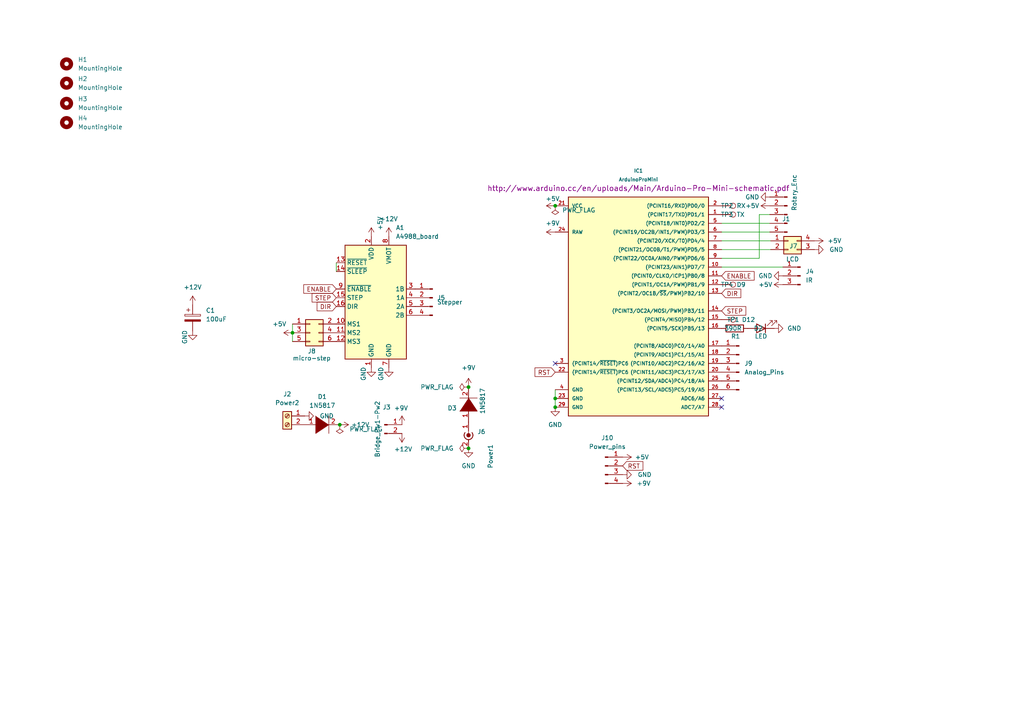
<source format=kicad_sch>
(kicad_sch (version 20211123) (generator eeschema)
  (paper "A4")
  (title_block (title "IR stepper motor controller") (date "2024-06-07") (rev "1.0") (company "M.Angelini"))
  (lib_symbols
    (symbol "Connector:Conn_01x02_Male" (pin_names (offset 1.016) hide)
      (property "Reference" "J" (at 0 2.54 0))
      (property "Value" "Conn_01x02_Male" (at 0 -5.08 0))
      (symbol "Conn_01x02_Male_1_1"
        (polyline (pts (xy 1.27 -2.54) (xy 0.8636 -2.54)) (stroke (width 0.1524)))
        (polyline (pts (xy 1.27 0) (xy 0.8636 0)) (stroke (width 0.1524)))
        (rectangle (start 0.8636 -2.413) (end 0 -2.667) (stroke (width 0.1524)) (fill (type outline)))
        (rectangle (start 0.8636 0.127) (end 0 -0.127) (stroke (width 0.1524)) (fill (type outline)))
        (pin passive line (at 5.08 0 180) (length 3.81) (name "Pin_1") (number "1"))
        (pin passive line (at 5.08 -2.54 180) (length 3.81) (name "Pin_2") (number "2"))
      )
    )
    (symbol "Connector:Conn_01x03_Male" (pin_names (offset 1.016) hide)
      (property "Reference" "J" (at 0 5.08 0))
      (property "Value" "Conn_01x03_Male" (at 0 -5.08 0))
      (symbol "Conn_01x03_Male_1_1"
        (polyline (pts (xy 1.27 -2.54) (xy 0.8636 -2.54)) (stroke (width 0.1524)))
        (polyline (pts (xy 1.27 0) (xy 0.8636 0)) (stroke (width 0.1524)))
        (polyline (pts (xy 1.27 2.54) (xy 0.8636 2.54)) (stroke (width 0.1524)))
        (rectangle (start 0.8636 -2.413) (end 0 -2.667) (stroke (width 0.1524)) (fill (type outline)))
        (rectangle (start 0.8636 0.127) (end 0 -0.127) (stroke (width 0.1524)) (fill (type outline)))
        (rectangle (start 0.8636 2.667) (end 0 2.413) (stroke (width 0.1524)) (fill (type outline)))
        (pin passive line (at 5.08 2.54 180) (length 3.81) (name "Pin_1") (number "1"))
        (pin passive line (at 5.08 0 180) (length 3.81) (name "Pin_2") (number "2"))
        (pin passive line (at 5.08 -2.54 180) (length 3.81) (name "Pin_3") (number "3"))
      )
    )
    (symbol "Connector:Conn_01x04_Male" (pin_names (offset 1.016) hide)
      (property "Reference" "J" (at 0 5.08 0))
      (property "Value" "Conn_01x04_Male" (at 0 -7.62 0))
      (symbol "Conn_01x04_Male_1_1"
        (polyline (pts (xy 1.27 -5.08) (xy 0.8636 -5.08)) (stroke (width 0.1524)))
        (polyline (pts (xy 1.27 -2.54) (xy 0.8636 -2.54)) (stroke (width 0.1524)))
        (polyline (pts (xy 1.27 0) (xy 0.8636 0)) (stroke (width 0.1524)))
        (polyline (pts (xy 1.27 2.54) (xy 0.8636 2.54)) (stroke (width 0.1524)))
        (rectangle (start 0.8636 -4.953) (end 0 -5.207) (stroke (width 0.1524)) (fill (type outline)))
        (rectangle (start 0.8636 -2.413) (end 0 -2.667) (stroke (width 0.1524)) (fill (type outline)))
        (rectangle (start 0.8636 0.127) (end 0 -0.127) (stroke (width 0.1524)) (fill (type outline)))
        (rectangle (start 0.8636 2.667) (end 0 2.413) (stroke (width 0.1524)) (fill (type outline)))
        (pin passive line (at 5.08 2.54 180) (length 3.81) (name "Pin_1") (number "1"))
        (pin passive line (at 5.08 0 180) (length 3.81) (name "Pin_2") (number "2"))
        (pin passive line (at 5.08 -2.54 180) (length 3.81) (name "Pin_3") (number "3"))
        (pin passive line (at 5.08 -5.08 180) (length 3.81) (name "Pin_4") (number "4"))
      )
    )
    (symbol "Connector:Conn_01x05_Male" (pin_names (offset 1.016) hide)
      (property "Reference" "J" (at 0 7.62 0))
      (property "Value" "Conn_01x05_Male" (at 0 -7.62 0))
      (symbol "Conn_01x05_Male_1_1"
        (polyline (pts (xy 1.27 -5.08) (xy 0.8636 -5.08)) (stroke (width 0.1524)))
        (polyline (pts (xy 1.27 -2.54) (xy 0.8636 -2.54)) (stroke (width 0.1524)))
        (polyline (pts (xy 1.27 0) (xy 0.8636 0)) (stroke (width 0.1524)))
        (polyline (pts (xy 1.27 2.54) (xy 0.8636 2.54)) (stroke (width 0.1524)))
        (polyline (pts (xy 1.27 5.08) (xy 0.8636 5.08)) (stroke (width 0.1524)))
        (rectangle (start 0.8636 -4.953) (end 0 -5.207) (stroke (width 0.1524)) (fill (type outline)))
        (rectangle (start 0.8636 -2.413) (end 0 -2.667) (stroke (width 0.1524)) (fill (type outline)))
        (rectangle (start 0.8636 0.127) (end 0 -0.127) (stroke (width 0.1524)) (fill (type outline)))
        (rectangle (start 0.8636 2.667) (end 0 2.413) (stroke (width 0.1524)) (fill (type outline)))
        (rectangle (start 0.8636 5.207) (end 0 4.953) (stroke (width 0.1524)) (fill (type outline)))
        (pin passive line (at 5.08 5.08 180) (length 3.81) (name "Pin_1") (number "1"))
        (pin passive line (at 5.08 2.54 180) (length 3.81) (name "Pin_2") (number "2"))
        (pin passive line (at 5.08 0 180) (length 3.81) (name "Pin_3") (number "3"))
        (pin passive line (at 5.08 -2.54 180) (length 3.81) (name "Pin_4") (number "4"))
        (pin passive line (at 5.08 -5.08 180) (length 3.81) (name "Pin_5") (number "5"))
      )
    )
    (symbol "Connector:Conn_01x06_Male" (pin_names (offset 1.016) hide)
      (property "Reference" "J" (at 0 7.62 0))
      (property "Value" "Conn_01x06_Male" (at 0 -10.16 0))
      (symbol "Conn_01x06_Male_1_1"
        (polyline (pts (xy 1.27 -7.62) (xy 0.8636 -7.62)) (stroke (width 0.1524)))
        (polyline (pts (xy 1.27 -5.08) (xy 0.8636 -5.08)) (stroke (width 0.1524)))
        (polyline (pts (xy 1.27 -2.54) (xy 0.8636 -2.54)) (stroke (width 0.1524)))
        (polyline (pts (xy 1.27 0) (xy 0.8636 0)) (stroke (width 0.1524)))
        (polyline (pts (xy 1.27 2.54) (xy 0.8636 2.54)) (stroke (width 0.1524)))
        (polyline (pts (xy 1.27 5.08) (xy 0.8636 5.08)) (stroke (width 0.1524)))
        (rectangle (start 0.8636 -7.493) (end 0 -7.747) (stroke (width 0.1524)) (fill (type outline)))
        (rectangle (start 0.8636 -4.953) (end 0 -5.207) (stroke (width 0.1524)) (fill (type outline)))
        (rectangle (start 0.8636 -2.413) (end 0 -2.667) (stroke (width 0.1524)) (fill (type outline)))
        (rectangle (start 0.8636 0.127) (end 0 -0.127) (stroke (width 0.1524)) (fill (type outline)))
        (rectangle (start 0.8636 2.667) (end 0 2.413) (stroke (width 0.1524)) (fill (type outline)))
        (rectangle (start 0.8636 5.207) (end 0 4.953) (stroke (width 0.1524)) (fill (type outline)))
        (pin passive line (at 5.08 5.08 180) (length 3.81) (name "Pin_1") (number "1"))
        (pin passive line (at 5.08 2.54 180) (length 3.81) (name "Pin_2") (number "2"))
        (pin passive line (at 5.08 0 180) (length 3.81) (name "Pin_3") (number "3"))
        (pin passive line (at 5.08 -2.54 180) (length 3.81) (name "Pin_4") (number "4"))
        (pin passive line (at 5.08 -5.08 180) (length 3.81) (name "Pin_5") (number "5"))
        (pin passive line (at 5.08 -7.62 180) (length 3.81) (name "Pin_6") (number "6"))
      )
    )
    (symbol "Connector:Conn_Coaxial_Power" (pin_names (offset 1.016) hide)
      (property "Reference" "J" (at -5.08 -1.27 90))
      (property "Value" "Conn_Coaxial_Power" (at -3.175 -1.27 90))
      (symbol "Conn_Coaxial_Power_0_1"
        (arc (start -1.27 -1.27) (mid 0 -2.54) (end 1.27 -1.27) (stroke (width 0.254)))
        (arc (start -1.016 -0.508) (mid -1.2048 -0.8684) (end -1.27 -1.27) (stroke (width 0.254)))
        (circle (center 0 -1.27) (radius 0.508) (stroke (width 0.2032)) (fill (type outline)))
        (polyline (pts (xy 0 -2.54) (xy 0 -3.048)))
        (polyline (pts (xy 0 0) (xy 0 -1.27)))
        (arc (start 1.27 -1.27) (mid 1.2048 -0.8684) (end 1.016 -0.508) (stroke (width 0.254)))
      )
      (symbol "Conn_Coaxial_Power_1_1"
        (pin passive line (at 0 2.54 270) (length 2.54) (name "In") (number "1"))
        (pin passive line (at 0 -5.08 90) (length 2.54) (name "Ext") (number "2"))
      )
    )
    (symbol "Connector:Screw_Terminal_01x02" (pin_names (offset 1.016) hide)
      (property "Reference" "J" (at 0 2.54 0))
      (property "Value" "Screw_Terminal_01x02" (at 0 -5.08 0))
      (symbol "Screw_Terminal_01x02_1_1"
        (rectangle (start -1.27 1.27) (end 1.27 -3.81) (stroke (width 0.254)) (fill (type background)))
        (circle (center 0 -2.54) (radius 0.635) (stroke (width 0.1524)))
        (polyline (pts (xy -0.5334 -2.2098) (xy 0.3302 -3.048)) (stroke (width 0.1524)))
        (polyline (pts (xy -0.5334 0.3302) (xy 0.3302 -0.508)) (stroke (width 0.1524)))
        (polyline (pts (xy -0.3556 -2.032) (xy 0.508 -2.8702)) (stroke (width 0.1524)))
        (polyline (pts (xy -0.3556 0.508) (xy 0.508 -0.3302)) (stroke (width 0.1524)))
        (circle (center 0 0) (radius 0.635) (stroke (width 0.1524)))
        (pin passive line (at -5.08 0 0) (length 3.81) (name "Pin_1") (number "1"))
        (pin passive line (at -5.08 -2.54 0) (length 3.81) (name "Pin_2") (number "2"))
      )
    )
    (symbol "Connector:TestPoint" (pin_numbers hide) (pin_names (offset 0.762) hide)
      (property "Reference" "TP" (at 0 6.858 0))
      (property "Value" "TestPoint" (at 0 5.08 0))
      (symbol "TestPoint_0_1"
        (circle (center 0 3.302) (radius 0.762))
      )
      (symbol "TestPoint_1_1"
        (pin passive line (at 0 0 90) (length 2.54) (name "1") (number "1"))
      )
    )
    (symbol "Connector_Generic:Conn_02x02_Counter_Clockwise" (pin_names (offset 1.016) hide)
      (property "Reference" "J" (at 1.27 2.54 0))
      (property "Value" "Conn_02x02_Counter_Clockwise" (at 1.27 -5.08 0))
      (symbol "Conn_02x02_Counter_Clockwise_1_1"
        (rectangle (start -1.27 -2.413) (end 0 -2.667) (stroke (width 0.1524)))
        (rectangle (start -1.27 0.127) (end 0 -0.127) (stroke (width 0.1524)))
        (rectangle (start -1.27 1.27) (end 3.81 -3.81) (stroke (width 0.254)) (fill (type background)))
        (rectangle (start 3.81 -2.413) (end 2.54 -2.667) (stroke (width 0.1524)))
        (rectangle (start 3.81 0.127) (end 2.54 -0.127) (stroke (width 0.1524)))
        (pin passive line (at -5.08 0 0) (length 3.81) (name "Pin_1") (number "1"))
        (pin passive line (at -5.08 -2.54 0) (length 3.81) (name "Pin_2") (number "2"))
        (pin passive line (at 7.62 -2.54 180) (length 3.81) (name "Pin_3") (number "3"))
        (pin passive line (at 7.62 0 180) (length 3.81) (name "Pin_4") (number "4"))
      )
    )
    (symbol "Connector_Generic:Conn_02x03_Odd_Even" (pin_names (offset 1.016) hide)
      (property "Reference" "J" (at 1.27 5.08 0))
      (property "Value" "Conn_02x03_Odd_Even" (at 1.27 -5.08 0))
      (symbol "Conn_02x03_Odd_Even_1_1"
        (rectangle (start -1.27 -2.413) (end 0 -2.667) (stroke (width 0.1524)))
        (rectangle (start -1.27 0.127) (end 0 -0.127) (stroke (width 0.1524)))
        (rectangle (start -1.27 2.667) (end 0 2.413) (stroke (width 0.1524)))
        (rectangle (start -1.27 3.81) (end 3.81 -3.81) (stroke (width 0.254)) (fill (type background)))
        (rectangle (start 3.81 -2.413) (end 2.54 -2.667) (stroke (width 0.1524)))
        (rectangle (start 3.81 0.127) (end 2.54 -0.127) (stroke (width 0.1524)))
        (rectangle (start 3.81 2.667) (end 2.54 2.413) (stroke (width 0.1524)))
        (pin passive line (at -5.08 2.54 0) (length 3.81) (name "Pin_1") (number "1"))
        (pin passive line (at 7.62 2.54 180) (length 3.81) (name "Pin_2") (number "2"))
        (pin passive line (at -5.08 0 0) (length 3.81) (name "Pin_3") (number "3"))
        (pin passive line (at 7.62 0 180) (length 3.81) (name "Pin_4") (number "4"))
        (pin passive line (at -5.08 -2.54 0) (length 3.81) (name "Pin_5") (number "5"))
        (pin passive line (at 7.62 -2.54 180) (length 3.81) (name "Pin_6") (number "6"))
      )
    )
    (symbol "Device:C_Polarized" (pin_numbers hide) (pin_names (offset 0.254))
      (property "Reference" "C" (at 0.635 2.54 0))
      (property "Value" "C_Polarized" (at 0.635 -2.54 0))
      (symbol "C_Polarized_0_1"
        (rectangle (start -2.286 0.508) (end 2.286 1.016))
        (polyline (pts (xy -1.778 2.286) (xy -0.762 2.286)))
        (polyline (pts (xy -1.27 2.794) (xy -1.27 1.778)))
        (rectangle (start 2.286 -0.508) (end -2.286 -1.016) (fill (type outline)))
      )
      (symbol "C_Polarized_1_1"
        (pin passive line (at 0 3.81 270) (length 2.794) (name "~") (number "1"))
        (pin passive line (at 0 -3.81 90) (length 2.794) (name "~") (number "2"))
      )
    )
    (symbol "Device:LED" (pin_numbers hide) (pin_names (offset 1.016) hide)
      (property "Reference" "D" (at 0 2.54 0))
      (property "Value" "LED" (at 0 -2.54 0))
      (symbol "LED_0_1"
        (polyline (pts (xy -1.27 -1.27) (xy -1.27 1.27)) (stroke (width 0.254)))
        (polyline (pts (xy -1.27 0) (xy 1.27 0)))
        (polyline (pts (xy 1.27 -1.27) (xy 1.27 1.27) (xy -1.27 0) (xy 1.27 -1.27)) (stroke (width 0.254)))
        (polyline (pts (xy -3.048 -0.762) (xy -4.572 -2.286) (xy -3.81 -2.286) (xy -4.572 -2.286) (xy -4.572 -1.524)))
        (polyline (pts (xy -1.778 -0.762) (xy -3.302 -2.286) (xy -2.54 -2.286) (xy -3.302 -2.286) (xy -3.302 -1.524)))
      )
      (symbol "LED_1_1"
        (pin passive line (at -3.81 0 0) (length 2.54) (name "K") (number "1"))
        (pin passive line (at 3.81 0 180) (length 2.54) (name "A") (number "2"))
      )
    )
    (symbol "Device:R" (pin_numbers hide) (pin_names (offset 0))
      (property "Reference" "R" (at 2.032 0 90))
      (property "Value" "R" (at 0 0 90))
      (symbol "R_0_1"
        (rectangle (start -1.016 -2.54) (end 1.016 2.54) (stroke (width 0.254)))
      )
      (symbol "R_1_1"
        (pin passive line (at 0 3.81 270) (length 1.27) (name "~") (number "1"))
        (pin passive line (at 0 -3.81 90) (length 1.27) (name "~") (number "2"))
      )
    )
    (symbol "Driver_Motor:Pololu_Breakout_A4988"
      (property "Reference" "A" (at -2.54 19.05 0))
      (property "Value" "Pololu_Breakout_A4988" (at -2.54 16.51 0))
      (symbol "Pololu_Breakout_A4988_0_1"
        (rectangle (start 10.16 -17.78) (end -7.62 15.24) (stroke (width 0.254)) (fill (type background)))
      )
      (symbol "Pololu_Breakout_A4988_1_1"
        (pin power_in line (at 0 -20.32 90) (length 2.54) (name "GND") (number "1"))
        (pin input line (at -10.16 -7.62 0) (length 2.54) (name "MS1") (number "10"))
        (pin input line (at -10.16 -10.16 0) (length 2.54) (name "MS2") (number "11"))
        (pin input line (at -10.16 -12.7 0) (length 2.54) (name "MS3") (number "12"))
        (pin input line (at -10.16 10.16 0) (length 2.54) (name "~{RESET}") (number "13"))
        (pin input line (at -10.16 7.62 0) (length 2.54) (name "~{SLEEP}") (number "14"))
        (pin input line (at -10.16 0 0) (length 2.54) (name "STEP") (number "15"))
        (pin input line (at -10.16 -2.54 0) (length 2.54) (name "DIR") (number "16"))
        (pin power_in line (at 0 17.78 270) (length 2.54) (name "VDD") (number "2"))
        (pin output line (at 12.7 2.54 180) (length 2.54) (name "1B") (number "3"))
        (pin output line (at 12.7 0 180) (length 2.54) (name "1A") (number "4"))
        (pin output line (at 12.7 -2.54 180) (length 2.54) (name "2A") (number "5"))
        (pin output line (at 12.7 -5.08 180) (length 2.54) (name "2B") (number "6"))
        (pin power_in line (at 5.08 -20.32 90) (length 2.54) (name "GND") (number "7"))
        (pin power_in line (at 5.08 17.78 270) (length 2.54) (name "VMOT") (number "8"))
        (pin input line (at -10.16 2.54 0) (length 2.54) (name "~{ENABLE}") (number "9"))
      )
    )
    (symbol "Mechanical:MountingHole" (pin_names (offset 1.016))
      (property "Reference" "H" (at 0 5.08 0))
      (property "Value" "MountingHole" (at 0 3.175 0))
      (symbol "MountingHole_0_1"
        (circle (center 0 0) (radius 1.27) (stroke (width 1.27)))
      )
    )
    (symbol "arduino:ArduinoProMini" (pin_names (offset 1.016))
      (property "Reference" "IC" (at -19.05 31.75 0))
      (property "Value" "ArduinoProMini" (at 10.16 -35.56 0))
      (property "Datasheet" "http://www.arduino.cc/en/uploads/Main/Arduino-Pro-Mini-schematic.pdf" (at 0 0 0))
      (symbol "ArduinoProMini_0_1"
        (rectangle (start -19.05 30.48) (end 21.59 -33.02) (stroke (width 0.254)) (fill (type background)))
      )
      (symbol "ArduinoProMini_1_1"
        (pin bidirectional line (at 25.4 25.4 180) (length 3.81) (name "(PCINT17/TXD)PD1/1") (number "1"))
        (pin bidirectional line (at 25.4 10.16 180) (length 3.81) (name "(PCINT23/AIN1)PD7/7") (number "10"))
        (pin bidirectional line (at 25.4 7.62 180) (length 3.81) (name "(PCINT0/CLKO/ICP1)PB0/8") (number "11"))
        (pin bidirectional line (at 25.4 5.08 180) (length 3.81) (name "(PCINT1/OC1A/PWM)PB1/9") (number "12"))
        (pin bidirectional line (at 25.4 2.54 180) (length 3.81) (name "(PCINT2/OC1B/~{SS}/PWM)PB2/10") (number "13"))
        (pin bidirectional line (at 25.4 -2.54 180) (length 3.81) (name "(PCINT3/OC2A/MOSI/PWM)PB3/11") (number "14"))
        (pin bidirectional line (at 25.4 -5.08 180) (length 3.81) (name "(PCINT4/MISO)PB4/12") (number "15"))
        (pin bidirectional line (at 25.4 -7.62 180) (length 3.81) (name "(PCINT5/SCK)PB5/13") (number "16"))
        (pin bidirectional line (at 25.4 -12.7 180) (length 3.81) (name "(PCINT8/ADC0)PC0/14/A0") (number "17"))
        (pin bidirectional line (at 25.4 -15.24 180) (length 3.81) (name "(PCINT9/ADC1)PC1/15/A1") (number "18"))
        (pin bidirectional line (at 25.4 -17.78 180) (length 3.81) (name "(PCINT10/ADC2)PC2/16/A2") (number "19"))
        (pin bidirectional line (at 25.4 27.94 180) (length 3.81) (name "(PCINT16/RXD)PD0/0") (number "2"))
        (pin bidirectional line (at 25.4 -20.32 180) (length 3.81) (name "(PCINT11/ADC3)PC3/17/A3") (number "20"))
        (pin power_in line (at -22.86 27.94 0) (length 3.81) (name "VCC") (number "21"))
        (pin bidirectional line (at -22.86 -20.32 0) (length 3.81) (name "(PCINT14/~{RESET})PC6") (number "22"))
        (pin power_in line (at -22.86 -27.94 0) (length 3.81) (name "GND") (number "23"))
        (pin power_in line (at -22.86 20.32 0) (length 3.81) (name "RAW") (number "24"))
        (pin bidirectional line (at 25.4 -22.86 180) (length 3.81) (name "(PCINT12/SDA/ADC4)PC4/18/A4") (number "25"))
        (pin bidirectional line (at 25.4 -25.4 180) (length 3.81) (name "(PCINT13/SCL/ADC5)PC5/19/A5") (number "26"))
        (pin input line (at 25.4 -27.94 180) (length 3.81) (name "ADC6/A6") (number "27"))
        (pin input line (at 25.4 -30.48 180) (length 3.81) (name "ADC7/A7") (number "28"))
        (pin power_in line (at -22.86 -30.48 0) (length 3.81) (name "GND") (number "29"))
        (pin bidirectional line (at -22.86 -17.78 0) (length 3.81) (name "(PCINT14/~{RESET})PC6") (number "3"))
        (pin power_in line (at -22.86 -25.4 0) (length 3.81) (name "GND") (number "4"))
        (pin bidirectional line (at 25.4 22.86 180) (length 3.81) (name "(PCINT18/INT0)PD2/2") (number "5"))
        (pin bidirectional line (at 25.4 20.32 180) (length 3.81) (name "(PCINT19/OC2B/INT1/PWM)PD3/3") (number "6"))
        (pin bidirectional line (at 25.4 17.78 180) (length 3.81) (name "(PCINT20/XCK/T0)PD4/4") (number "7"))
        (pin bidirectional line (at 25.4 15.24 180) (length 3.81) (name "(PCINT21/OC0B/T1/PWM)PD5/5") (number "8"))
        (pin bidirectional line (at 25.4 12.7 180) (length 3.81) (name "(PCINT22/OC0A/AIN0/PWM)PD6/6") (number "9"))
      )
    )
    (symbol "power:+12V" (power) (pin_names (offset 0))
      (property "Value" "+12V" (at 0 3.556 0))
      (symbol "+12V_0_1"
        (polyline (pts (xy -0.762 1.27) (xy 0 2.54)))
        (polyline (pts (xy 0 0) (xy 0 2.54)))
        (polyline (pts (xy 0 2.54) (xy 0.762 1.27)))
      )
      (symbol "+12V_1_1"
        (pin power_in line (at 0 0 90) (length 0) hide (name "+12V") (number "1"))
      )
    )
    (symbol "power:+5V" (power) (pin_names (offset 0))
      (property "Value" "+5V" (at 0 3.556 0))
      (symbol "+5V_0_1"
        (polyline (pts (xy -0.762 1.27) (xy 0 2.54)))
        (polyline (pts (xy 0 0) (xy 0 2.54)))
        (polyline (pts (xy 0 2.54) (xy 0.762 1.27)))
      )
      (symbol "+5V_1_1"
        (pin power_in line (at 0 0 90) (length 0) hide (name "+5V") (number "1"))
      )
    )
    (symbol "power:+9V" (power) (pin_names (offset 0))
      (property "Value" "+9V" (at 0 3.556 0))
      (symbol "+9V_0_1"
        (polyline (pts (xy -0.762 1.27) (xy 0 2.54)))
        (polyline (pts (xy 0 0) (xy 0 2.54)))
        (polyline (pts (xy 0 2.54) (xy 0.762 1.27)))
      )
      (symbol "+9V_1_1"
        (pin power_in line (at 0 0 90) (length 0) hide (name "+9V") (number "1"))
      )
    )
    (symbol "power:GND" (power) (pin_names (offset 0))
      (property "Value" "GND" (at 0 -3.81 0))
      (symbol "GND_0_1"
        (polyline (pts (xy 0 0) (xy 0 -1.27) (xy 1.27 -1.27) (xy 0 -2.54) (xy -1.27 -1.27) (xy 0 -1.27)))
      )
      (symbol "GND_1_1"
        (pin power_in line (at 0 0 270) (length 0) hide (name "GND") (number "1"))
      )
    )
    (symbol "power:PWR_FLAG" (power) (pin_numbers hide) (pin_names (offset 0) hide)
      (property "Value" "PWR_FLAG" (at 0 3.81 0))
      (symbol "PWR_FLAG_0_0"
        (pin power_out line (at 0 0 90) (length 0) (name "pwr") (number "1"))
      )
      (symbol "PWR_FLAG_0_1"
        (polyline (pts (xy 0 0) (xy 0 1.27) (xy -1.016 1.905) (xy 0 2.54) (xy 1.016 1.905) (xy 0 1.27)))
      )
    )
    (symbol "pspice:DIODE" (pin_names (offset 1.016) hide)
      (property "Reference" "D" (at 0 3.81 0))
      (property "Value" "DIODE" (at 0 -4.445 0))
      (symbol "DIODE_0_1"
        (polyline (pts (xy 1.905 2.54) (xy 1.905 -2.54)))
        (polyline (pts (xy -1.905 2.54) (xy -1.905 -2.54) (xy 1.905 0)) (fill (type outline)))
      )
      (symbol "DIODE_1_1"
        (pin input line (at -5.08 0 0) (length 3.81) (name "K") (number "1"))
        (pin input line (at 5.08 0 180) (length 3.81) (name "A") (number "2"))
      )
    )
  )
  (junction (at 161.036 115.57))
  (junction (at 135.89 112.268))
  (junction (at 135.89 130.048))
  (junction (at 161.036 118.11))
  (junction (at 98.552 123.19))
  (junction (at 84.836 96.52))
  (junction (at 161.036 59.69))
  (no_connect (at 209.296 118.11))
  (no_connect (at 161.036 105.41))
  (no_connect (at 209.296 115.57))
  (wire (pts (xy 84.836 93.98) (xy 84.836 96.52)))
  (wire (pts (xy 209.296 67.31) (xy 223.266 67.31)))
  (wire (pts (xy 161.036 115.57) (xy 161.036 118.11)))
  (wire (pts (xy 209.296 64.77) (xy 223.266 64.77)))
  (wire (pts (xy 220.218 62.23) (xy 220.218 74.93)))
  (wire (pts (xy 220.218 74.93) (xy 209.296 74.93)))
  (wire (pts (xy 209.296 77.47) (xy 227.076 77.47)))
  (wire (pts (xy 97.536 76.2) (xy 97.536 78.74)))
  (wire (pts (xy 209.296 72.39) (xy 223.52 72.39)))
  (wire (pts (xy 209.296 69.85) (xy 223.52 69.85)))
  (wire (pts (xy 84.836 96.52) (xy 84.836 99.06)))
  (wire (pts (xy 161.036 113.03) (xy 161.036 115.57)))
  (wire (pts (xy 223.266 62.23) (xy 220.218 62.23)))
  (global_label "STEP" (shape input) (at 97.536 86.36 180) (property "Intersheet References" "${INTERSHEET_REFS}" (effects hide)))
  (global_label "STEP" (shape input) (at 209.296 90.17 0) (property "Intersheet References" "${INTERSHEET_REFS}" (effects hide)))
  (global_label "DIR" (shape input) (at 209.296 85.09 0) (property "Intersheet References" "${INTERSHEET_REFS}" (effects hide)))
  (global_label "DIR" (shape input) (at 97.536 88.9 180) (property "Intersheet References" "${INTERSHEET_REFS}" (effects hide)))
  (global_label "RST" (shape input) (at 161.036 107.95 180) (property "Intersheet References" "${INTERSHEET_REFS}" (effects hide)))
  (global_label "ENABLE" (shape input) (at 97.536 83.82 180) (property "Intersheet References" "${INTERSHEET_REFS}" (effects hide)))
  (global_label "ENABLE" (shape input) (at 209.296 80.01 0) (property "Intersheet References" "${INTERSHEET_REFS}" (effects hide)))
  (global_label "RST" (shape input) (at 180.594 135.128 0) (property "Intersheet References" "${INTERSHEET_REFS}" (effects hide)))
  (symbol (lib_id "power:PWR_FLAG") (at 98.552 123.19 180) (unit 1)
    (property "Reference" "#FLG0101" (effects hide))
    (property "Value" "PWR_FLAG" (at 101.346 124.4599 0) (effects (justify right)))
  )
  (symbol (lib_id "power:+9V") (at 180.594 140.208 270) (unit 1)
    (property "Reference" "#PWR019" (effects hide))
    (property "Value" "+9V" (at 184.658 140.2079 90) (effects (justify left)))
  )
  (symbol (lib_id "Connector:TestPoint") (at 209.296 59.69 270) (unit 1)
    (property "Reference" "TP2" (at 209.042 59.69 90) (effects (justify left)))
    (property "Value" "RX" (at 213.614 59.69 90) (effects (justify left)))
    (property "Footprint" "TestPoint:TestPoint_Pad_D1.5mm" (effects hide))
  )
  (symbol (lib_id "power:GND") (at 236.22 72.39 90) (unit 1)
    (property "Reference" "#PWR025" (effects hide))
    (property "Value" "GND" (at 240.538 72.3899 90) (effects (justify right)))
  )
  (symbol (lib_id "Mechanical:MountingHole") (at 19.304 29.972 0) (unit 1)
    (property "Reference" "H3" (at 22.606 28.7019 0) (effects (justify left)))
    (property "Value" "MountingHole" (at 22.606 31.2419 0) (effects (justify left)))
    (property "Footprint" "MountingHole:MountingHole_3.7mm_Pad_TopBottom" (effects hide))
  )
  (symbol (lib_id "power:GND") (at 223.266 57.15 270) (unit 1)
    (property "Reference" "#PWR020" (effects hide))
    (property "Value" "GND" (at 216.154 57.15 90) (effects (justify left)))
  )
  (symbol (lib_id "Connector:Conn_01x05_Male") (at 228.346 62.23 0) (mirror y) (unit 1)
    (property "Reference" "J1" (at 226.822 63.5 0) (effects (justify right)))
    (property "Value" "Rotary_Enc" (at 230.378 50.546 90) (effects (justify right)))
    (property "Footprint" "Connector_PinHeader_2.54mm:PinHeader_1x05_P2.54mm_Vertical" (effects hide))
  )
  (symbol (lib_id "Device:C_Polarized") (at 55.88 92.202 0) (unit 1)
    (property "Reference" "C1" (at 59.69 90.0429 0) (effects (justify left)))
    (property "Value" "100uF" (at 59.69 92.5829 0) (effects (justify left)))
    (property "Footprint" "Capacitor_THT:CP_Radial_D8.0mm_P3.50mm" (effects hide))
  )
  (symbol (lib_id "power:GND") (at 180.594 137.668 90) (unit 1)
    (property "Reference" "#PWR018" (effects hide))
    (property "Value" "GND" (at 184.912 137.6679 90) (effects (justify right)))
  )
  (symbol (lib_id "power:+5V") (at 223.266 59.69 90) (unit 1)
    (property "Reference" "#PWR021" (effects hide))
    (property "Value" "+5V" (at 216.154 59.69 90) (effects (justify right)))
  )
  (symbol (lib_id "power:GND") (at 88.392 120.65 90) (unit 1)
    (property "Reference" "#PWR02" (effects hide))
    (property "Value" "GND" (at 92.71 120.6499 90) (effects (justify right)))
  )
  (symbol (lib_id "power:+12V") (at 116.586 125.73 180) (unit 1)
    (property "Reference" "#PWR012" (effects hide))
    (property "Value" "+12V" (at 114.3 130.302 0) (effects (justify right)))
  )
  (symbol (lib_id "power:+5V") (at 161.036 59.69 90) (unit 1)
    (property "Reference" "#PWR014" (effects hide))
    (property "Value" "+5V" (at 158.242 57.658 90) (effects (justify right)))
  )
  (symbol (lib_id "power:GND") (at 227.076 80.01 270) (unit 1)
    (property "Reference" "#PWR023" (effects hide))
    (property "Value" "GND" (at 219.964 80.01 90) (effects (justify left)))
  )
  (symbol (lib_id "power:PWR_FLAG") (at 135.89 130.048 90) (unit 1)
    (property "Reference" "#FLG02" (effects hide))
    (property "Value" "PWR_FLAG" (at 131.572 130.0479 90) (effects (justify left)))
  )
  (symbol (lib_id "Mechanical:MountingHole") (at 19.304 35.56 0) (unit 1)
    (property "Reference" "H4" (at 22.606 34.2899 0) (effects (justify left)))
    (property "Value" "MountingHole" (at 22.606 36.8299 0) (effects (justify left)))
    (property "Footprint" "MountingHole:MountingHole_3.7mm_Pad_TopBottom" (effects hide))
  )
  (symbol (lib_id "power:+5V") (at 84.836 96.52 90) (unit 1)
    (property "Reference" "#PWR06" (effects hide))
    (property "Value" "+5V" (at 78.994 93.98 90) (effects (justify right)))
  )
  (symbol (lib_id "power:+5V") (at 107.696 68.58 0) (unit 1)
    (property "Reference" "#PWR07" (effects hide))
    (property "Value" "+5V" (at 110.236 62.738 90) (effects (justify right)))
  )
  (symbol (lib_id "power:+12V") (at 98.552 123.19 270) (unit 1)
    (property "Reference" "#PWR01" (effects hide))
    (property "Value" "+12V" (at 101.854 123.1899 90) (effects (justify left)))
  )
  (symbol (lib_id "Connector:Screw_Terminal_01x02") (at 83.312 120.65 0) (mirror y) (unit 1)
    (property "Reference" "J2" (at 83.312 114.3 0))
    (property "Value" "Power2" (at 83.312 116.84 0))
    (property "Footprint" "TerminalBlock_Phoenix:TerminalBlock_Phoenix_PT-1,5-2-5.0-H_1x02_P5.00mm_Horizontal" (effects hide))
  )
  (symbol (lib_id "power:+12V") (at 55.88 88.392 0) (unit 1)
    (property "Reference" "#PWR03" (effects hide))
    (property "Value" "+12V" (at 55.88 83.312 0))
  )
  (symbol (lib_id "power:PWR_FLAG") (at 135.89 112.268 90) (unit 1)
    (property "Reference" "#FLG01" (effects hide))
    (property "Value" "PWR_FLAG" (at 131.572 112.2679 90) (effects (justify left)))
  )
  (symbol (lib_id "power:GND") (at 107.696 106.68 0) (unit 1)
    (property "Reference" "#PWR08" (effects hide))
    (property "Value" "GND" (at 105.41 110.49 90) (effects (justify left)))
  )
  (symbol (lib_id "power:GND") (at 161.036 118.11 0) (unit 1)
    (property "Reference" "#PWR016" (effects hide))
    (property "Value" "GND" (at 161.036 123.19 0))
  )
  (symbol (lib_id "power:+5V") (at 236.22 69.85 270) (unit 1)
    (property "Reference" "#PWR026" (effects hide))
    (property "Value" "+5V" (at 244.094 69.85 90) (effects (justify right)))
  )
  (symbol (lib_id "power:GND") (at 135.89 130.048 0) (unit 1)
    (property "Reference" "#PWR04" (effects hide))
    (property "Value" "GND" (at 135.89 135.128 0))
  )
  (symbol (lib_id "power:+5V") (at 180.594 132.588 270) (unit 1)
    (property "Reference" "#PWR017" (effects hide))
    (property "Value" "+5V" (at 184.15 132.5879 90) (effects (justify left)))
  )
  (symbol (lib_id "Connector:TestPoint") (at 209.296 82.55 270) (unit 1)
    (property "Reference" "TP4" (at 209.042 82.55 90) (effects (justify left)))
    (property "Value" "D9" (at 213.614 82.55 90) (effects (justify left)))
    (property "Footprint" "TestPoint:TestPoint_Pad_D1.5mm" (effects hide))
  )
  (symbol (lib_id "power:GND") (at 55.88 96.012 0) (unit 1)
    (property "Reference" "#PWR05" (effects hide))
    (property "Value" "GND" (at 53.594 99.822 90) (effects (justify left)))
  )
  (symbol (lib_id "power:PWR_FLAG") (at 161.036 59.69 180) (unit 1)
    (property "Reference" "#FLG0102" (effects hide))
    (property "Value" "PWR_FLAG" (at 163.068 60.9599 0) (effects (justify right)))
  )
  (symbol (lib_id "Connector:Conn_01x02_Male") (at 111.506 123.19 0) (unit 1)
    (property "Reference" "J3" (at 112.141 118.11 0))
    (property "Value" "Bridge_Pw1-Pw2" (at 109.474 124.46 90))
    (property "Footprint" "Connector_PinHeader_2.54mm:PinHeader_1x02_P2.54mm_Vertical" (effects hide))
  )
  (symbol (lib_id "power:+12V") (at 112.776 68.58 0) (unit 1)
    (property "Reference" "#PWR09" (effects hide))
    (property "Value" "+12V" (at 112.776 63.5 0))
  )
  (symbol (lib_id "power:GND") (at 224.536 95.25 90) (unit 1)
    (property "Reference" "#PWR022" (effects hide))
    (property "Value" "GND" (at 228.346 95.2499 90) (effects (justify right)))
  )
  (symbol (lib_id "power:+9V") (at 116.586 123.19 0) (unit 1)
    (property "Reference" "#PWR011" (effects hide))
    (property "Value" "+9V" (at 116.332 118.364 0))
  )
  (symbol (lib_id "Connector_Generic:Conn_02x03_Odd_Even") (at 89.916 96.52 0) (unit 1)
    (property "Reference" "J8" (at 90.424 101.854 0))
    (property "Value" "micro-step" (at 90.424 103.886 0))
    (property "Footprint" "Connector_PinHeader_2.54mm:PinHeader_2x03_P2.54mm_Vertical" (effects hide))
  )
  (symbol (lib_id "Driver_Motor:Pololu_Breakout_A4988") (at 107.696 86.36 0) (unit 1)
    (property "Reference" "A1" (at 114.7954 66.04 0) (effects (justify left)))
    (property "Value" "A4988_board" (at 114.7954 68.58 0) (effects (justify left)))
    (property "Footprint" "Module:Pololu_Breakout-16_15.2x20.3mm" (effects hide))
    (property "Datasheet" "https://www.pololu.com/product/2980/pictures" (effects hide))
  )
  (symbol (lib_id "arduino:ArduinoProMini") (at 183.896 87.63 0) (unit 1)
    (property "Reference" "IC1" (at 185.166 49.53 0) (effects (font (size 1.016 1.016))))
    (property "Value" "ArduinoProMini" (at 185.166 52.07 0) (effects (font (size 1.016 1.016))))
    (property "Footprint" "arduino:pro_mini" (effects hide))
    (property "Datasheet" "http://www.arduino.cc/en/uploads/Main/Arduino-Pro-Mini-schematic.pdf" (at 185.166 54.61 0) (effects (font (size 1.524 1.524))))
  )
  (symbol (lib_id "Connector:Conn_Coaxial_Power") (at 135.89 124.968 0) (unit 1)
    (property "Reference" "J6" (at 138.43 125.2219 0) (effects (justify left)))
    (property "Value" "Power1" (at 142.24 135.89 90) (effects (justify left)))
    (property "Footprint" "Connector_BarrelJack:BarrelJack_Horizontal" (effects hide))
  )
  (symbol (lib_id "Connector:TestPoint") (at 209.296 62.23 270) (unit 1)
    (property "Reference" "TP3" (at 209.042 62.23 90) (effects (justify left)))
    (property "Value" "TX" (at 213.614 62.23 90) (effects (justify left)))
    (property "Footprint" "TestPoint:TestPoint_Pad_D1.5mm" (effects hide))
  )
  (symbol (lib_id "Connector:Conn_01x03_Male") (at 232.156 80.01 0) (mirror y) (unit 1)
    (property "Reference" "J4" (at 233.68 78.7399 0) (effects (justify right)))
    (property "Value" "IR" (at 233.68 81.2799 0) (effects (justify right)))
    (property "Footprint" "Connector_PinHeader_2.54mm:PinHeader_1x03_P2.54mm_Vertical" (effects hide))
  )
  (symbol (lib_id "Connector:Conn_01x04_Male") (at 175.514 135.128 0) (unit 1)
    (property "Reference" "J10" (at 176.149 127 0))
    (property "Value" "Power_pins" (at 176.149 129.54 0))
    (property "Footprint" "Connector_PinHeader_2.54mm:PinHeader_1x04_P2.54mm_Vertical" (effects hide))
  )
  (symbol (lib_id "power:GND") (at 112.776 106.68 0) (unit 1)
    (property "Reference" "#PWR010" (effects hide))
    (property "Value" "GND" (at 110.49 110.49 90) (effects (justify left)))
  )
  (symbol (lib_id "pspice:DIODE") (at 135.89 117.348 90) (unit 1)
    (property "Reference" "D3" (at 129.794 118.364 90) (effects (justify right)))
    (property "Value" "1N5817" (at 139.954 112.522 0) (effects (justify right)))
    (property "Footprint" "Diode_THT:D_A-405_P7.62mm_Horizontal" (effects hide))
  )
  (symbol (lib_id "Connector_Generic:Conn_02x02_Counter_Clockwise") (at 228.6 69.85 0) (unit 1)
    (property "Reference" "J7" (at 230.124 71.374 0))
    (property "Value" "LCD" (at 229.87 75.184 0))
    (property "Footprint" "Connector_PinHeader_2.54mm:PinHeader_2x02_P2.54mm_Vertical" (effects hide))
  )
  (symbol (lib_id "pspice:DIODE") (at 93.472 123.19 0) (unit 1)
    (property "Reference" "D1" (at 93.472 115.062 0))
    (property "Value" "1N5817" (at 93.472 117.602 0))
    (property "Footprint" "Diode_THT:D_A-405_P7.62mm_Horizontal" (effects hide))
  )
  (symbol (lib_id "power:+9V") (at 135.89 112.268 0) (unit 1)
    (property "Reference" "#PWR013" (effects hide))
    (property "Value" "+9V" (at 135.89 106.68 0))
  )
  (symbol (lib_id "Connector:TestPoint") (at 209.296 92.71 270) (unit 1)
    (property "Reference" "TP1" (at 210.82 92.71 90) (effects (justify left)))
    (property "Value" "D12" (at 215.138 92.71 90) (effects (justify left)))
    (property "Footprint" "TestPoint:TestPoint_Pad_D1.5mm" (effects hide))
  )
  (symbol (lib_id "power:+9V") (at 161.036 67.31 90) (unit 1)
    (property "Reference" "#PWR015" (effects hide))
    (property "Value" "+9V" (at 158.242 64.77 90) (effects (justify right)))
  )
  (symbol (lib_id "Mechanical:MountingHole") (at 19.304 24.13 0) (unit 1)
    (property "Reference" "H2" (at 22.606 22.8599 0) (effects (justify left)))
    (property "Value" "MountingHole" (at 22.606 25.3999 0) (effects (justify left)))
    (property "Footprint" "MountingHole:MountingHole_3.7mm_Pad_TopBottom" (effects hide))
  )
  (symbol (lib_id "Connector:Conn_01x04_Male") (at 125.476 86.36 0) (mirror y) (unit 1)
    (property "Reference" "J5" (at 126.746 86.3599 0) (effects (justify right)))
    (property "Value" "Stepper" (at 126.746 87.63 0) (effects (justify right)))
    (property "Footprint" "Connector_PinHeader_2.54mm:PinHeader_1x04_P2.54mm_Vertical" (effects hide))
  )
  (symbol (lib_id "power:+5V") (at 227.076 82.55 90) (unit 1)
    (property "Reference" "#PWR024" (effects hide))
    (property "Value" "+5V" (at 219.964 82.55 90) (effects (justify right)))
  )
  (symbol (lib_id "Device:LED") (at 220.726 95.25 180) (unit 1)
    (property "Reference" "D2" (at 219.964 95.25 0))
    (property "Value" "LED" (at 220.726 97.536 0))
    (property "Footprint" "LED_THT:LED_D3.0mm" (effects hide))
  )
  (symbol (lib_id "Device:R") (at 213.106 95.25 90) (unit 1)
    (property "Reference" "R1" (at 213.36 97.536 90))
    (property "Value" "390R" (at 212.598 95.25 90))
    (property "Footprint" "Resistor_THT:R_Axial_DIN0207_L6.3mm_D2.5mm_P7.62mm_Horizontal" (effects hide))
  )
  (symbol (lib_id "Connector:Conn_01x06_Male") (at 214.376 105.41 0) (mirror y) (unit 1)
    (property "Reference" "J9" (at 215.9 105.4099 0) (effects (justify right)))
    (property "Value" "Analog_Pins" (at 215.9 107.9499 0) (effects (justify right)))
    (property "Footprint" "Connector_PinHeader_2.54mm:PinHeader_1x06_P2.54mm_Vertical" (effects hide))
  )
  (symbol (lib_id "Mechanical:MountingHole") (at 19.304 18.542 0) (unit 1)
    (property "Reference" "H1" (at 22.606 17.2719 0) (effects (justify left)))
    (property "Value" "MountingHole" (at 22.606 19.8119 0) (effects (justify left)))
    (property "Footprint" "MountingHole:MountingHole_3.7mm_Pad_TopBottom" (effects hide))
  )
)
</source>
